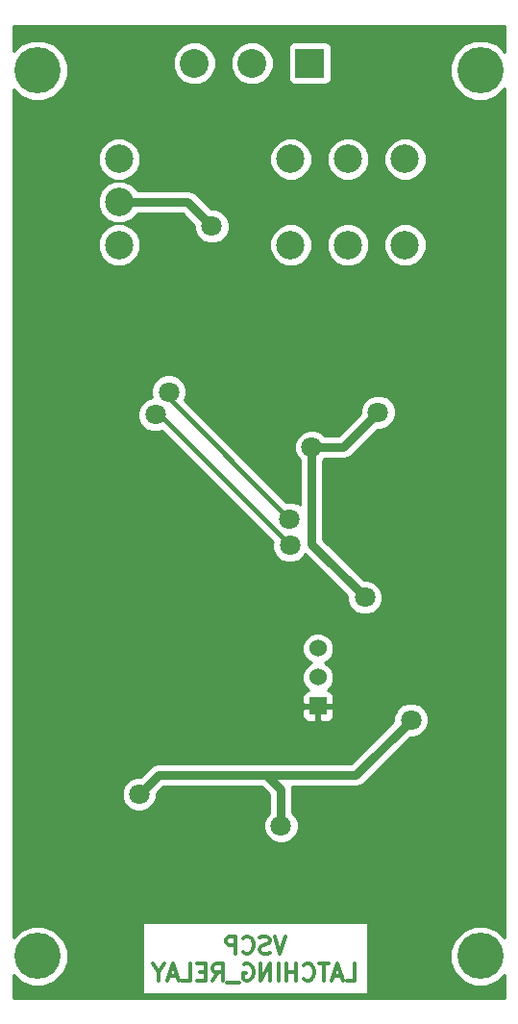
<source format=gbl>
G04 (created by PCBNEW (2013-may-18)-stable) date Sat 04 Apr 2015 12:39:56 AM CEST*
%MOIN*%
G04 Gerber Fmt 3.4, Leading zero omitted, Abs format*
%FSLAX34Y34*%
G01*
G70*
G90*
G04 APERTURE LIST*
%ADD10C,0.00590551*%
%ADD11C,0.011811*%
%ADD12R,0.06X0.06*%
%ADD13C,0.06*%
%ADD14C,0.0984252*%
%ADD15C,0.16*%
%ADD16R,0.1X0.1*%
%ADD17C,0.1*%
%ADD18C,0.0708661*%
%ADD19C,0.0314961*%
%ADD20C,0.0177165*%
%ADD21C,0.01*%
G04 APERTURE END LIST*
G54D10*
G54D11*
X86958Y-58762D02*
X86761Y-59353D01*
X86564Y-58762D01*
X86395Y-59325D02*
X86311Y-59353D01*
X86170Y-59353D01*
X86114Y-59325D01*
X86086Y-59296D01*
X86058Y-59240D01*
X86058Y-59184D01*
X86086Y-59128D01*
X86114Y-59100D01*
X86170Y-59071D01*
X86283Y-59043D01*
X86339Y-59015D01*
X86367Y-58987D01*
X86395Y-58931D01*
X86395Y-58875D01*
X86367Y-58818D01*
X86339Y-58790D01*
X86283Y-58762D01*
X86142Y-58762D01*
X86058Y-58790D01*
X85467Y-59296D02*
X85496Y-59325D01*
X85580Y-59353D01*
X85636Y-59353D01*
X85721Y-59325D01*
X85777Y-59268D01*
X85805Y-59212D01*
X85833Y-59100D01*
X85833Y-59015D01*
X85805Y-58903D01*
X85777Y-58847D01*
X85721Y-58790D01*
X85636Y-58762D01*
X85580Y-58762D01*
X85496Y-58790D01*
X85467Y-58818D01*
X85214Y-59353D02*
X85214Y-58762D01*
X84989Y-58762D01*
X84933Y-58790D01*
X84905Y-58818D01*
X84877Y-58875D01*
X84877Y-58959D01*
X84905Y-59015D01*
X84933Y-59043D01*
X84989Y-59071D01*
X85214Y-59071D01*
X89067Y-60298D02*
X89348Y-60298D01*
X89348Y-59707D01*
X88898Y-60129D02*
X88617Y-60129D01*
X88955Y-60298D02*
X88758Y-59707D01*
X88561Y-60298D01*
X88448Y-59707D02*
X88111Y-59707D01*
X88280Y-60298D02*
X88280Y-59707D01*
X87577Y-60241D02*
X87605Y-60269D01*
X87689Y-60298D01*
X87745Y-60298D01*
X87830Y-60269D01*
X87886Y-60213D01*
X87914Y-60157D01*
X87942Y-60044D01*
X87942Y-59960D01*
X87914Y-59848D01*
X87886Y-59791D01*
X87830Y-59735D01*
X87745Y-59707D01*
X87689Y-59707D01*
X87605Y-59735D01*
X87577Y-59763D01*
X87323Y-60298D02*
X87323Y-59707D01*
X87323Y-59988D02*
X86986Y-59988D01*
X86986Y-60298D02*
X86986Y-59707D01*
X86705Y-60298D02*
X86705Y-59707D01*
X86424Y-60298D02*
X86424Y-59707D01*
X86086Y-60298D01*
X86086Y-59707D01*
X85496Y-59735D02*
X85552Y-59707D01*
X85636Y-59707D01*
X85721Y-59735D01*
X85777Y-59791D01*
X85805Y-59848D01*
X85833Y-59960D01*
X85833Y-60044D01*
X85805Y-60157D01*
X85777Y-60213D01*
X85721Y-60269D01*
X85636Y-60298D01*
X85580Y-60298D01*
X85496Y-60269D01*
X85467Y-60241D01*
X85467Y-60044D01*
X85580Y-60044D01*
X85355Y-60354D02*
X84905Y-60354D01*
X84427Y-60298D02*
X84624Y-60016D01*
X84764Y-60298D02*
X84764Y-59707D01*
X84539Y-59707D01*
X84483Y-59735D01*
X84455Y-59763D01*
X84427Y-59820D01*
X84427Y-59904D01*
X84455Y-59960D01*
X84483Y-59988D01*
X84539Y-60016D01*
X84764Y-60016D01*
X84174Y-59988D02*
X83977Y-59988D01*
X83893Y-60298D02*
X84174Y-60298D01*
X84174Y-59707D01*
X83893Y-59707D01*
X83358Y-60298D02*
X83640Y-60298D01*
X83640Y-59707D01*
X83190Y-60129D02*
X82908Y-60129D01*
X83246Y-60298D02*
X83049Y-59707D01*
X82852Y-60298D01*
X82543Y-60016D02*
X82543Y-60298D01*
X82740Y-59707D02*
X82543Y-60016D01*
X82346Y-59707D01*
G54D12*
X88078Y-50783D03*
G54D13*
X88078Y-49783D03*
X88078Y-48783D03*
G54D14*
X81173Y-31814D03*
X89110Y-31814D03*
X81173Y-34791D03*
X89110Y-34791D03*
X91094Y-31814D03*
X91094Y-34791D03*
X87125Y-31814D03*
X87125Y-34791D03*
X81173Y-33303D03*
G54D15*
X93700Y-59448D03*
X78346Y-59448D03*
X93700Y-28740D03*
X78346Y-28740D03*
G54D16*
X87783Y-28488D03*
G54D17*
X85783Y-28488D03*
X83783Y-28488D03*
G54D18*
X91299Y-51259D03*
X86791Y-54929D03*
X81870Y-53834D03*
X84393Y-34145D03*
X90161Y-40590D03*
X89696Y-47011D03*
X87858Y-41799D03*
X79948Y-47145D03*
X81181Y-48377D03*
X82874Y-47059D03*
X81838Y-45846D03*
X86909Y-42944D03*
X85606Y-41625D03*
X82917Y-38787D03*
X80917Y-41314D03*
X90704Y-49279D03*
X85649Y-36720D03*
X85681Y-39015D03*
X85712Y-50381D03*
X86129Y-45539D03*
X85468Y-54944D03*
X85468Y-57389D03*
X82897Y-39885D03*
X87090Y-44295D03*
X82433Y-40677D03*
X87098Y-45208D03*
G54D19*
X89385Y-53173D02*
X86279Y-53173D01*
X91299Y-51259D02*
X89385Y-53173D01*
X86791Y-54929D02*
X86775Y-54913D01*
X86775Y-54913D02*
X86775Y-53669D01*
X86775Y-53669D02*
X86279Y-53173D01*
X82531Y-53173D02*
X81870Y-53834D01*
X86279Y-53173D02*
X82531Y-53173D01*
X83551Y-33303D02*
X81173Y-33303D01*
X84393Y-34145D02*
X83551Y-33303D01*
X88952Y-41799D02*
X87858Y-41799D01*
X90161Y-40590D02*
X88952Y-41799D01*
X89696Y-47011D02*
X87850Y-45165D01*
X87850Y-45165D02*
X87850Y-41807D01*
X87850Y-41807D02*
X87858Y-41799D01*
X80917Y-44968D02*
X80960Y-44968D01*
X79980Y-47114D02*
X79984Y-47114D01*
X79948Y-47145D02*
X79980Y-47114D01*
X81555Y-48377D02*
X81181Y-48377D01*
X82874Y-47059D02*
X81555Y-48377D01*
X80960Y-44968D02*
X81838Y-45846D01*
G54D20*
X86909Y-42929D02*
X86909Y-42944D01*
X85606Y-41625D02*
X86909Y-42929D01*
G54D19*
X80917Y-41314D02*
X80917Y-44968D01*
X79984Y-47114D02*
X78763Y-48334D01*
G54D20*
X82874Y-38830D02*
X82917Y-38787D01*
X81862Y-38830D02*
X82874Y-38830D01*
X80937Y-39755D02*
X81862Y-38830D01*
X80937Y-41295D02*
X80937Y-39755D01*
X80917Y-41314D02*
X80937Y-41295D01*
G54D19*
X78763Y-48334D02*
X78763Y-55913D01*
X78763Y-55913D02*
X80240Y-57389D01*
X80240Y-57389D02*
X85468Y-57389D01*
G54D20*
X90704Y-49279D02*
X89251Y-47826D01*
X89251Y-47826D02*
X88417Y-47826D01*
X88417Y-47826D02*
X86129Y-45539D01*
X85649Y-38984D02*
X85649Y-36720D01*
X85681Y-39015D02*
X85649Y-38984D01*
X85712Y-50381D02*
X86129Y-49964D01*
X86129Y-49964D02*
X86129Y-45539D01*
G54D19*
X85468Y-54944D02*
X85468Y-57389D01*
G54D20*
X82897Y-40102D02*
X82897Y-39885D01*
X87090Y-44295D02*
X82897Y-40102D01*
X82566Y-40677D02*
X82433Y-40677D01*
X87098Y-45208D02*
X82566Y-40677D01*
G54D10*
G36*
X94543Y-60905D02*
X91903Y-60905D01*
X91903Y-51140D01*
X91836Y-50978D01*
X91836Y-34644D01*
X91836Y-31667D01*
X91723Y-31395D01*
X91515Y-31186D01*
X91242Y-31072D01*
X90947Y-31072D01*
X90674Y-31185D01*
X90465Y-31394D01*
X90352Y-31666D01*
X90352Y-31961D01*
X90464Y-32234D01*
X90673Y-32443D01*
X90946Y-32556D01*
X91241Y-32557D01*
X91514Y-32444D01*
X91723Y-32235D01*
X91836Y-31963D01*
X91836Y-31667D01*
X91836Y-34644D01*
X91723Y-34371D01*
X91515Y-34162D01*
X91242Y-34049D01*
X90947Y-34049D01*
X90674Y-34161D01*
X90465Y-34370D01*
X90352Y-34643D01*
X90352Y-34938D01*
X90464Y-35211D01*
X90673Y-35420D01*
X90946Y-35533D01*
X91241Y-35533D01*
X91514Y-35420D01*
X91723Y-35212D01*
X91836Y-34939D01*
X91836Y-34644D01*
X91836Y-50978D01*
X91811Y-50917D01*
X91641Y-50747D01*
X91419Y-50655D01*
X91179Y-50655D01*
X90957Y-50747D01*
X90787Y-50917D01*
X90765Y-50968D01*
X90765Y-40470D01*
X90674Y-40248D01*
X90504Y-40078D01*
X90282Y-39986D01*
X90041Y-39986D01*
X89852Y-40064D01*
X89852Y-34644D01*
X89852Y-31667D01*
X89739Y-31395D01*
X89531Y-31186D01*
X89258Y-31072D01*
X88963Y-31072D01*
X88690Y-31185D01*
X88533Y-31342D01*
X88533Y-28938D01*
X88533Y-27938D01*
X88495Y-27846D01*
X88425Y-27776D01*
X88333Y-27738D01*
X88233Y-27738D01*
X87233Y-27738D01*
X87142Y-27776D01*
X87071Y-27846D01*
X87033Y-27938D01*
X87033Y-28037D01*
X87033Y-29037D01*
X87071Y-29129D01*
X87141Y-29200D01*
X87233Y-29238D01*
X87332Y-29238D01*
X88332Y-29238D01*
X88424Y-29200D01*
X88495Y-29129D01*
X88533Y-29038D01*
X88533Y-28938D01*
X88533Y-31342D01*
X88481Y-31394D01*
X88368Y-31666D01*
X88367Y-31961D01*
X88480Y-32234D01*
X88689Y-32443D01*
X88961Y-32556D01*
X89257Y-32557D01*
X89530Y-32444D01*
X89739Y-32235D01*
X89852Y-31963D01*
X89852Y-31667D01*
X89852Y-34644D01*
X89739Y-34371D01*
X89531Y-34162D01*
X89258Y-34049D01*
X88963Y-34049D01*
X88690Y-34161D01*
X88481Y-34370D01*
X88368Y-34643D01*
X88367Y-34938D01*
X88480Y-35211D01*
X88689Y-35420D01*
X88961Y-35533D01*
X89257Y-35533D01*
X89530Y-35420D01*
X89739Y-35212D01*
X89852Y-34939D01*
X89852Y-34644D01*
X89852Y-40064D01*
X89819Y-40077D01*
X89649Y-40247D01*
X89557Y-40469D01*
X89557Y-40618D01*
X88783Y-41391D01*
X88305Y-41391D01*
X88201Y-41287D01*
X87979Y-41194D01*
X87868Y-41194D01*
X87868Y-34644D01*
X87868Y-31667D01*
X87755Y-31395D01*
X87546Y-31186D01*
X87274Y-31072D01*
X86979Y-31072D01*
X86706Y-31185D01*
X86533Y-31357D01*
X86533Y-28339D01*
X86419Y-28063D01*
X86208Y-27852D01*
X85933Y-27738D01*
X85634Y-27738D01*
X85359Y-27851D01*
X85148Y-28062D01*
X85033Y-28338D01*
X85033Y-28636D01*
X85147Y-28912D01*
X85358Y-29123D01*
X85633Y-29238D01*
X85931Y-29238D01*
X86207Y-29124D01*
X86418Y-28913D01*
X86533Y-28638D01*
X86533Y-28339D01*
X86533Y-31357D01*
X86497Y-31394D01*
X86383Y-31666D01*
X86383Y-31961D01*
X86496Y-32234D01*
X86705Y-32443D01*
X86977Y-32556D01*
X87272Y-32557D01*
X87545Y-32444D01*
X87754Y-32235D01*
X87867Y-31963D01*
X87868Y-31667D01*
X87868Y-34644D01*
X87755Y-34371D01*
X87546Y-34162D01*
X87274Y-34049D01*
X86979Y-34049D01*
X86706Y-34161D01*
X86497Y-34370D01*
X86383Y-34643D01*
X86383Y-34938D01*
X86496Y-35211D01*
X86705Y-35420D01*
X86977Y-35533D01*
X87272Y-35533D01*
X87545Y-35420D01*
X87754Y-35212D01*
X87867Y-34939D01*
X87868Y-34644D01*
X87868Y-41194D01*
X87738Y-41194D01*
X87516Y-41286D01*
X87346Y-41456D01*
X87254Y-41678D01*
X87253Y-41918D01*
X87345Y-42141D01*
X87442Y-42238D01*
X87442Y-43792D01*
X87433Y-43783D01*
X87211Y-43691D01*
X86970Y-43690D01*
X86966Y-43692D01*
X84998Y-41724D01*
X84998Y-34025D01*
X84906Y-33803D01*
X84736Y-33633D01*
X84533Y-33549D01*
X84533Y-28339D01*
X84419Y-28063D01*
X84208Y-27852D01*
X83933Y-27738D01*
X83634Y-27738D01*
X83359Y-27851D01*
X83148Y-28062D01*
X83033Y-28338D01*
X83033Y-28636D01*
X83147Y-28912D01*
X83358Y-29123D01*
X83633Y-29238D01*
X83931Y-29238D01*
X84207Y-29124D01*
X84418Y-28913D01*
X84533Y-28638D01*
X84533Y-28339D01*
X84533Y-33549D01*
X84514Y-33541D01*
X84365Y-33541D01*
X83839Y-33015D01*
X83707Y-32926D01*
X83551Y-32895D01*
X83551Y-32895D01*
X81915Y-32895D01*
X81915Y-31667D01*
X81802Y-31395D01*
X81594Y-31186D01*
X81321Y-31072D01*
X81026Y-31072D01*
X80753Y-31185D01*
X80544Y-31394D01*
X80431Y-31666D01*
X80430Y-31961D01*
X80543Y-32234D01*
X80752Y-32443D01*
X81024Y-32556D01*
X81320Y-32557D01*
X81593Y-32444D01*
X81802Y-32235D01*
X81915Y-31963D01*
X81915Y-31667D01*
X81915Y-32895D01*
X81807Y-32895D01*
X81802Y-32883D01*
X81594Y-32674D01*
X81321Y-32561D01*
X81026Y-32560D01*
X80753Y-32673D01*
X80544Y-32882D01*
X80431Y-33154D01*
X80430Y-33450D01*
X80543Y-33722D01*
X80752Y-33931D01*
X81024Y-34045D01*
X81320Y-34045D01*
X81593Y-33932D01*
X81802Y-33724D01*
X81807Y-33710D01*
X83382Y-33710D01*
X83789Y-34117D01*
X83789Y-34265D01*
X83881Y-34487D01*
X84050Y-34657D01*
X84272Y-34749D01*
X84513Y-34750D01*
X84735Y-34658D01*
X84905Y-34488D01*
X84997Y-34266D01*
X84998Y-34025D01*
X84998Y-41724D01*
X83436Y-40162D01*
X83501Y-40006D01*
X83502Y-39766D01*
X83410Y-39543D01*
X83240Y-39373D01*
X83018Y-39281D01*
X82777Y-39281D01*
X82555Y-39373D01*
X82385Y-39543D01*
X82293Y-39765D01*
X82293Y-40005D01*
X82320Y-40072D01*
X82313Y-40072D01*
X82091Y-40164D01*
X81921Y-40334D01*
X81915Y-40347D01*
X81915Y-34644D01*
X81802Y-34371D01*
X81594Y-34162D01*
X81321Y-34049D01*
X81026Y-34049D01*
X80753Y-34161D01*
X80544Y-34370D01*
X80431Y-34643D01*
X80430Y-34938D01*
X80543Y-35211D01*
X80752Y-35420D01*
X81024Y-35533D01*
X81320Y-35533D01*
X81593Y-35420D01*
X81802Y-35212D01*
X81915Y-34939D01*
X81915Y-34644D01*
X81915Y-40347D01*
X81828Y-40556D01*
X81828Y-40796D01*
X81920Y-41019D01*
X82090Y-41189D01*
X82312Y-41281D01*
X82552Y-41281D01*
X82651Y-41240D01*
X86495Y-45084D01*
X86494Y-45087D01*
X86493Y-45328D01*
X86585Y-45550D01*
X86755Y-45720D01*
X86977Y-45812D01*
X87218Y-45813D01*
X87440Y-45721D01*
X87610Y-45551D01*
X87625Y-45516D01*
X89092Y-46983D01*
X89092Y-47131D01*
X89184Y-47353D01*
X89354Y-47523D01*
X89576Y-47616D01*
X89816Y-47616D01*
X90038Y-47524D01*
X90208Y-47354D01*
X90301Y-47132D01*
X90301Y-46892D01*
X90209Y-46669D01*
X90039Y-46499D01*
X89817Y-46407D01*
X89668Y-46407D01*
X88257Y-44996D01*
X88257Y-42254D01*
X88305Y-42206D01*
X88952Y-42206D01*
X88952Y-42206D01*
X88952Y-42206D01*
X89108Y-42175D01*
X89240Y-42087D01*
X90133Y-41194D01*
X90281Y-41194D01*
X90503Y-41103D01*
X90673Y-40933D01*
X90765Y-40711D01*
X90765Y-40470D01*
X90765Y-50968D01*
X90694Y-51139D01*
X90694Y-51287D01*
X89217Y-52765D01*
X88628Y-52765D01*
X88628Y-49674D01*
X88545Y-49472D01*
X88390Y-49317D01*
X88308Y-49283D01*
X88389Y-49250D01*
X88544Y-49095D01*
X88628Y-48893D01*
X88628Y-48674D01*
X88545Y-48472D01*
X88390Y-48317D01*
X88188Y-48233D01*
X87969Y-48233D01*
X87767Y-48316D01*
X87612Y-48471D01*
X87528Y-48673D01*
X87528Y-48892D01*
X87612Y-49094D01*
X87766Y-49249D01*
X87848Y-49283D01*
X87767Y-49316D01*
X87612Y-49471D01*
X87528Y-49673D01*
X87528Y-49892D01*
X87612Y-50094D01*
X87750Y-50233D01*
X87728Y-50233D01*
X87636Y-50271D01*
X87566Y-50342D01*
X87528Y-50433D01*
X87528Y-50670D01*
X87591Y-50733D01*
X88028Y-50733D01*
X88028Y-50725D01*
X88128Y-50725D01*
X88128Y-50733D01*
X88566Y-50733D01*
X88628Y-50670D01*
X88628Y-50433D01*
X88590Y-50342D01*
X88520Y-50271D01*
X88428Y-50233D01*
X88406Y-50233D01*
X88544Y-50095D01*
X88628Y-49893D01*
X88628Y-49674D01*
X88628Y-52765D01*
X88628Y-52765D01*
X88628Y-51132D01*
X88628Y-50895D01*
X88566Y-50833D01*
X88128Y-50833D01*
X88128Y-51270D01*
X88191Y-51333D01*
X88329Y-51333D01*
X88428Y-51333D01*
X88520Y-51295D01*
X88590Y-51224D01*
X88628Y-51132D01*
X88628Y-52765D01*
X88028Y-52765D01*
X88028Y-51270D01*
X88028Y-50833D01*
X87591Y-50833D01*
X87528Y-50895D01*
X87528Y-51132D01*
X87566Y-51224D01*
X87636Y-51295D01*
X87728Y-51333D01*
X87828Y-51333D01*
X87966Y-51333D01*
X88028Y-51270D01*
X88028Y-52765D01*
X86279Y-52765D01*
X86279Y-52765D01*
X86279Y-52765D01*
X82531Y-52765D01*
X82531Y-52765D01*
X82500Y-52771D01*
X82375Y-52796D01*
X82243Y-52885D01*
X82243Y-52885D01*
X81898Y-53230D01*
X81750Y-53230D01*
X81528Y-53322D01*
X81358Y-53491D01*
X81265Y-53713D01*
X81265Y-53954D01*
X81357Y-54176D01*
X81527Y-54346D01*
X81749Y-54438D01*
X81989Y-54439D01*
X82211Y-54347D01*
X82382Y-54177D01*
X82474Y-53955D01*
X82474Y-53806D01*
X82700Y-53580D01*
X86110Y-53580D01*
X86368Y-53838D01*
X86368Y-54497D01*
X86279Y-54586D01*
X86187Y-54808D01*
X86186Y-55048D01*
X86278Y-55271D01*
X86448Y-55441D01*
X86670Y-55533D01*
X86911Y-55533D01*
X87133Y-55441D01*
X87303Y-55271D01*
X87395Y-55049D01*
X87395Y-54809D01*
X87303Y-54587D01*
X87183Y-54466D01*
X87183Y-53669D01*
X87183Y-53669D01*
X87183Y-53669D01*
X87165Y-53580D01*
X89385Y-53580D01*
X89385Y-53580D01*
X89385Y-53580D01*
X89541Y-53549D01*
X89673Y-53461D01*
X91271Y-51864D01*
X91418Y-51864D01*
X91641Y-51772D01*
X91811Y-51602D01*
X91903Y-51380D01*
X91903Y-51140D01*
X91903Y-60905D01*
X89798Y-60905D01*
X89798Y-60781D01*
X89798Y-58273D01*
X81981Y-58273D01*
X81981Y-60781D01*
X89798Y-60781D01*
X89798Y-60905D01*
X85700Y-60905D01*
X85681Y-60901D01*
X85661Y-60905D01*
X77523Y-60905D01*
X77523Y-60110D01*
X77750Y-60338D01*
X78136Y-60498D01*
X78554Y-60499D01*
X78940Y-60339D01*
X79236Y-60044D01*
X79396Y-59658D01*
X79396Y-59240D01*
X79237Y-58854D01*
X78942Y-58559D01*
X78556Y-58399D01*
X78138Y-58398D01*
X77752Y-58558D01*
X77523Y-58786D01*
X77523Y-29402D01*
X77750Y-29629D01*
X78136Y-29789D01*
X78554Y-29790D01*
X78940Y-29630D01*
X79236Y-29335D01*
X79396Y-28949D01*
X79396Y-28532D01*
X79237Y-28146D01*
X78942Y-27850D01*
X78556Y-27690D01*
X78138Y-27689D01*
X77752Y-27849D01*
X77523Y-28077D01*
X77523Y-27204D01*
X94543Y-27204D01*
X94543Y-28097D01*
X94296Y-27850D01*
X93910Y-27690D01*
X93492Y-27689D01*
X93106Y-27849D01*
X92811Y-28144D01*
X92650Y-28530D01*
X92650Y-28948D01*
X92810Y-29334D01*
X93105Y-29629D01*
X93491Y-29789D01*
X93908Y-29790D01*
X94294Y-29630D01*
X94543Y-29382D01*
X94543Y-58806D01*
X94296Y-58559D01*
X93910Y-58399D01*
X93492Y-58398D01*
X93106Y-58558D01*
X92811Y-58853D01*
X92650Y-59239D01*
X92650Y-59656D01*
X92810Y-60042D01*
X93105Y-60338D01*
X93491Y-60498D01*
X93908Y-60499D01*
X94294Y-60339D01*
X94543Y-60091D01*
X94543Y-60905D01*
X94543Y-60905D01*
G37*
G54D21*
X94543Y-60905D02*
X91903Y-60905D01*
X91903Y-51140D01*
X91836Y-50978D01*
X91836Y-34644D01*
X91836Y-31667D01*
X91723Y-31395D01*
X91515Y-31186D01*
X91242Y-31072D01*
X90947Y-31072D01*
X90674Y-31185D01*
X90465Y-31394D01*
X90352Y-31666D01*
X90352Y-31961D01*
X90464Y-32234D01*
X90673Y-32443D01*
X90946Y-32556D01*
X91241Y-32557D01*
X91514Y-32444D01*
X91723Y-32235D01*
X91836Y-31963D01*
X91836Y-31667D01*
X91836Y-34644D01*
X91723Y-34371D01*
X91515Y-34162D01*
X91242Y-34049D01*
X90947Y-34049D01*
X90674Y-34161D01*
X90465Y-34370D01*
X90352Y-34643D01*
X90352Y-34938D01*
X90464Y-35211D01*
X90673Y-35420D01*
X90946Y-35533D01*
X91241Y-35533D01*
X91514Y-35420D01*
X91723Y-35212D01*
X91836Y-34939D01*
X91836Y-34644D01*
X91836Y-50978D01*
X91811Y-50917D01*
X91641Y-50747D01*
X91419Y-50655D01*
X91179Y-50655D01*
X90957Y-50747D01*
X90787Y-50917D01*
X90765Y-50968D01*
X90765Y-40470D01*
X90674Y-40248D01*
X90504Y-40078D01*
X90282Y-39986D01*
X90041Y-39986D01*
X89852Y-40064D01*
X89852Y-34644D01*
X89852Y-31667D01*
X89739Y-31395D01*
X89531Y-31186D01*
X89258Y-31072D01*
X88963Y-31072D01*
X88690Y-31185D01*
X88533Y-31342D01*
X88533Y-28938D01*
X88533Y-27938D01*
X88495Y-27846D01*
X88425Y-27776D01*
X88333Y-27738D01*
X88233Y-27738D01*
X87233Y-27738D01*
X87142Y-27776D01*
X87071Y-27846D01*
X87033Y-27938D01*
X87033Y-28037D01*
X87033Y-29037D01*
X87071Y-29129D01*
X87141Y-29200D01*
X87233Y-29238D01*
X87332Y-29238D01*
X88332Y-29238D01*
X88424Y-29200D01*
X88495Y-29129D01*
X88533Y-29038D01*
X88533Y-28938D01*
X88533Y-31342D01*
X88481Y-31394D01*
X88368Y-31666D01*
X88367Y-31961D01*
X88480Y-32234D01*
X88689Y-32443D01*
X88961Y-32556D01*
X89257Y-32557D01*
X89530Y-32444D01*
X89739Y-32235D01*
X89852Y-31963D01*
X89852Y-31667D01*
X89852Y-34644D01*
X89739Y-34371D01*
X89531Y-34162D01*
X89258Y-34049D01*
X88963Y-34049D01*
X88690Y-34161D01*
X88481Y-34370D01*
X88368Y-34643D01*
X88367Y-34938D01*
X88480Y-35211D01*
X88689Y-35420D01*
X88961Y-35533D01*
X89257Y-35533D01*
X89530Y-35420D01*
X89739Y-35212D01*
X89852Y-34939D01*
X89852Y-34644D01*
X89852Y-40064D01*
X89819Y-40077D01*
X89649Y-40247D01*
X89557Y-40469D01*
X89557Y-40618D01*
X88783Y-41391D01*
X88305Y-41391D01*
X88201Y-41287D01*
X87979Y-41194D01*
X87868Y-41194D01*
X87868Y-34644D01*
X87868Y-31667D01*
X87755Y-31395D01*
X87546Y-31186D01*
X87274Y-31072D01*
X86979Y-31072D01*
X86706Y-31185D01*
X86533Y-31357D01*
X86533Y-28339D01*
X86419Y-28063D01*
X86208Y-27852D01*
X85933Y-27738D01*
X85634Y-27738D01*
X85359Y-27851D01*
X85148Y-28062D01*
X85033Y-28338D01*
X85033Y-28636D01*
X85147Y-28912D01*
X85358Y-29123D01*
X85633Y-29238D01*
X85931Y-29238D01*
X86207Y-29124D01*
X86418Y-28913D01*
X86533Y-28638D01*
X86533Y-28339D01*
X86533Y-31357D01*
X86497Y-31394D01*
X86383Y-31666D01*
X86383Y-31961D01*
X86496Y-32234D01*
X86705Y-32443D01*
X86977Y-32556D01*
X87272Y-32557D01*
X87545Y-32444D01*
X87754Y-32235D01*
X87867Y-31963D01*
X87868Y-31667D01*
X87868Y-34644D01*
X87755Y-34371D01*
X87546Y-34162D01*
X87274Y-34049D01*
X86979Y-34049D01*
X86706Y-34161D01*
X86497Y-34370D01*
X86383Y-34643D01*
X86383Y-34938D01*
X86496Y-35211D01*
X86705Y-35420D01*
X86977Y-35533D01*
X87272Y-35533D01*
X87545Y-35420D01*
X87754Y-35212D01*
X87867Y-34939D01*
X87868Y-34644D01*
X87868Y-41194D01*
X87738Y-41194D01*
X87516Y-41286D01*
X87346Y-41456D01*
X87254Y-41678D01*
X87253Y-41918D01*
X87345Y-42141D01*
X87442Y-42238D01*
X87442Y-43792D01*
X87433Y-43783D01*
X87211Y-43691D01*
X86970Y-43690D01*
X86966Y-43692D01*
X84998Y-41724D01*
X84998Y-34025D01*
X84906Y-33803D01*
X84736Y-33633D01*
X84533Y-33549D01*
X84533Y-28339D01*
X84419Y-28063D01*
X84208Y-27852D01*
X83933Y-27738D01*
X83634Y-27738D01*
X83359Y-27851D01*
X83148Y-28062D01*
X83033Y-28338D01*
X83033Y-28636D01*
X83147Y-28912D01*
X83358Y-29123D01*
X83633Y-29238D01*
X83931Y-29238D01*
X84207Y-29124D01*
X84418Y-28913D01*
X84533Y-28638D01*
X84533Y-28339D01*
X84533Y-33549D01*
X84514Y-33541D01*
X84365Y-33541D01*
X83839Y-33015D01*
X83707Y-32926D01*
X83551Y-32895D01*
X83551Y-32895D01*
X81915Y-32895D01*
X81915Y-31667D01*
X81802Y-31395D01*
X81594Y-31186D01*
X81321Y-31072D01*
X81026Y-31072D01*
X80753Y-31185D01*
X80544Y-31394D01*
X80431Y-31666D01*
X80430Y-31961D01*
X80543Y-32234D01*
X80752Y-32443D01*
X81024Y-32556D01*
X81320Y-32557D01*
X81593Y-32444D01*
X81802Y-32235D01*
X81915Y-31963D01*
X81915Y-31667D01*
X81915Y-32895D01*
X81807Y-32895D01*
X81802Y-32883D01*
X81594Y-32674D01*
X81321Y-32561D01*
X81026Y-32560D01*
X80753Y-32673D01*
X80544Y-32882D01*
X80431Y-33154D01*
X80430Y-33450D01*
X80543Y-33722D01*
X80752Y-33931D01*
X81024Y-34045D01*
X81320Y-34045D01*
X81593Y-33932D01*
X81802Y-33724D01*
X81807Y-33710D01*
X83382Y-33710D01*
X83789Y-34117D01*
X83789Y-34265D01*
X83881Y-34487D01*
X84050Y-34657D01*
X84272Y-34749D01*
X84513Y-34750D01*
X84735Y-34658D01*
X84905Y-34488D01*
X84997Y-34266D01*
X84998Y-34025D01*
X84998Y-41724D01*
X83436Y-40162D01*
X83501Y-40006D01*
X83502Y-39766D01*
X83410Y-39543D01*
X83240Y-39373D01*
X83018Y-39281D01*
X82777Y-39281D01*
X82555Y-39373D01*
X82385Y-39543D01*
X82293Y-39765D01*
X82293Y-40005D01*
X82320Y-40072D01*
X82313Y-40072D01*
X82091Y-40164D01*
X81921Y-40334D01*
X81915Y-40347D01*
X81915Y-34644D01*
X81802Y-34371D01*
X81594Y-34162D01*
X81321Y-34049D01*
X81026Y-34049D01*
X80753Y-34161D01*
X80544Y-34370D01*
X80431Y-34643D01*
X80430Y-34938D01*
X80543Y-35211D01*
X80752Y-35420D01*
X81024Y-35533D01*
X81320Y-35533D01*
X81593Y-35420D01*
X81802Y-35212D01*
X81915Y-34939D01*
X81915Y-34644D01*
X81915Y-40347D01*
X81828Y-40556D01*
X81828Y-40796D01*
X81920Y-41019D01*
X82090Y-41189D01*
X82312Y-41281D01*
X82552Y-41281D01*
X82651Y-41240D01*
X86495Y-45084D01*
X86494Y-45087D01*
X86493Y-45328D01*
X86585Y-45550D01*
X86755Y-45720D01*
X86977Y-45812D01*
X87218Y-45813D01*
X87440Y-45721D01*
X87610Y-45551D01*
X87625Y-45516D01*
X89092Y-46983D01*
X89092Y-47131D01*
X89184Y-47353D01*
X89354Y-47523D01*
X89576Y-47616D01*
X89816Y-47616D01*
X90038Y-47524D01*
X90208Y-47354D01*
X90301Y-47132D01*
X90301Y-46892D01*
X90209Y-46669D01*
X90039Y-46499D01*
X89817Y-46407D01*
X89668Y-46407D01*
X88257Y-44996D01*
X88257Y-42254D01*
X88305Y-42206D01*
X88952Y-42206D01*
X88952Y-42206D01*
X88952Y-42206D01*
X89108Y-42175D01*
X89240Y-42087D01*
X90133Y-41194D01*
X90281Y-41194D01*
X90503Y-41103D01*
X90673Y-40933D01*
X90765Y-40711D01*
X90765Y-40470D01*
X90765Y-50968D01*
X90694Y-51139D01*
X90694Y-51287D01*
X89217Y-52765D01*
X88628Y-52765D01*
X88628Y-49674D01*
X88545Y-49472D01*
X88390Y-49317D01*
X88308Y-49283D01*
X88389Y-49250D01*
X88544Y-49095D01*
X88628Y-48893D01*
X88628Y-48674D01*
X88545Y-48472D01*
X88390Y-48317D01*
X88188Y-48233D01*
X87969Y-48233D01*
X87767Y-48316D01*
X87612Y-48471D01*
X87528Y-48673D01*
X87528Y-48892D01*
X87612Y-49094D01*
X87766Y-49249D01*
X87848Y-49283D01*
X87767Y-49316D01*
X87612Y-49471D01*
X87528Y-49673D01*
X87528Y-49892D01*
X87612Y-50094D01*
X87750Y-50233D01*
X87728Y-50233D01*
X87636Y-50271D01*
X87566Y-50342D01*
X87528Y-50433D01*
X87528Y-50670D01*
X87591Y-50733D01*
X88028Y-50733D01*
X88028Y-50725D01*
X88128Y-50725D01*
X88128Y-50733D01*
X88566Y-50733D01*
X88628Y-50670D01*
X88628Y-50433D01*
X88590Y-50342D01*
X88520Y-50271D01*
X88428Y-50233D01*
X88406Y-50233D01*
X88544Y-50095D01*
X88628Y-49893D01*
X88628Y-49674D01*
X88628Y-52765D01*
X88628Y-52765D01*
X88628Y-51132D01*
X88628Y-50895D01*
X88566Y-50833D01*
X88128Y-50833D01*
X88128Y-51270D01*
X88191Y-51333D01*
X88329Y-51333D01*
X88428Y-51333D01*
X88520Y-51295D01*
X88590Y-51224D01*
X88628Y-51132D01*
X88628Y-52765D01*
X88028Y-52765D01*
X88028Y-51270D01*
X88028Y-50833D01*
X87591Y-50833D01*
X87528Y-50895D01*
X87528Y-51132D01*
X87566Y-51224D01*
X87636Y-51295D01*
X87728Y-51333D01*
X87828Y-51333D01*
X87966Y-51333D01*
X88028Y-51270D01*
X88028Y-52765D01*
X86279Y-52765D01*
X86279Y-52765D01*
X86279Y-52765D01*
X82531Y-52765D01*
X82531Y-52765D01*
X82500Y-52771D01*
X82375Y-52796D01*
X82243Y-52885D01*
X82243Y-52885D01*
X81898Y-53230D01*
X81750Y-53230D01*
X81528Y-53322D01*
X81358Y-53491D01*
X81265Y-53713D01*
X81265Y-53954D01*
X81357Y-54176D01*
X81527Y-54346D01*
X81749Y-54438D01*
X81989Y-54439D01*
X82211Y-54347D01*
X82382Y-54177D01*
X82474Y-53955D01*
X82474Y-53806D01*
X82700Y-53580D01*
X86110Y-53580D01*
X86368Y-53838D01*
X86368Y-54497D01*
X86279Y-54586D01*
X86187Y-54808D01*
X86186Y-55048D01*
X86278Y-55271D01*
X86448Y-55441D01*
X86670Y-55533D01*
X86911Y-55533D01*
X87133Y-55441D01*
X87303Y-55271D01*
X87395Y-55049D01*
X87395Y-54809D01*
X87303Y-54587D01*
X87183Y-54466D01*
X87183Y-53669D01*
X87183Y-53669D01*
X87183Y-53669D01*
X87165Y-53580D01*
X89385Y-53580D01*
X89385Y-53580D01*
X89385Y-53580D01*
X89541Y-53549D01*
X89673Y-53461D01*
X91271Y-51864D01*
X91418Y-51864D01*
X91641Y-51772D01*
X91811Y-51602D01*
X91903Y-51380D01*
X91903Y-51140D01*
X91903Y-60905D01*
X89798Y-60905D01*
X89798Y-60781D01*
X89798Y-58273D01*
X81981Y-58273D01*
X81981Y-60781D01*
X89798Y-60781D01*
X89798Y-60905D01*
X85700Y-60905D01*
X85681Y-60901D01*
X85661Y-60905D01*
X77523Y-60905D01*
X77523Y-60110D01*
X77750Y-60338D01*
X78136Y-60498D01*
X78554Y-60499D01*
X78940Y-60339D01*
X79236Y-60044D01*
X79396Y-59658D01*
X79396Y-59240D01*
X79237Y-58854D01*
X78942Y-58559D01*
X78556Y-58399D01*
X78138Y-58398D01*
X77752Y-58558D01*
X77523Y-58786D01*
X77523Y-29402D01*
X77750Y-29629D01*
X78136Y-29789D01*
X78554Y-29790D01*
X78940Y-29630D01*
X79236Y-29335D01*
X79396Y-28949D01*
X79396Y-28532D01*
X79237Y-28146D01*
X78942Y-27850D01*
X78556Y-27690D01*
X78138Y-27689D01*
X77752Y-27849D01*
X77523Y-28077D01*
X77523Y-27204D01*
X94543Y-27204D01*
X94543Y-28097D01*
X94296Y-27850D01*
X93910Y-27690D01*
X93492Y-27689D01*
X93106Y-27849D01*
X92811Y-28144D01*
X92650Y-28530D01*
X92650Y-28948D01*
X92810Y-29334D01*
X93105Y-29629D01*
X93491Y-29789D01*
X93908Y-29790D01*
X94294Y-29630D01*
X94543Y-29382D01*
X94543Y-58806D01*
X94296Y-58559D01*
X93910Y-58399D01*
X93492Y-58398D01*
X93106Y-58558D01*
X92811Y-58853D01*
X92650Y-59239D01*
X92650Y-59656D01*
X92810Y-60042D01*
X93105Y-60338D01*
X93491Y-60498D01*
X93908Y-60499D01*
X94294Y-60339D01*
X94543Y-60091D01*
X94543Y-60905D01*
M02*

</source>
